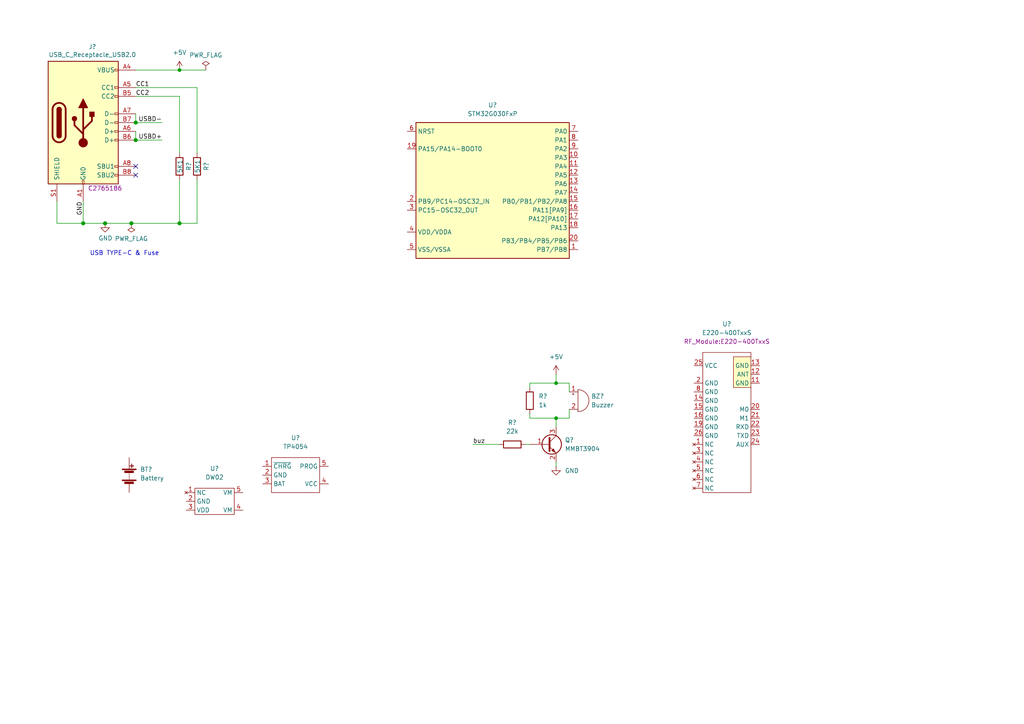
<source format=kicad_sch>
(kicad_sch (version 20211123) (generator eeschema)
  (paper "A4")
  (lib_symbols
    (symbol "Battery_Management:DW02"
      (property "Reference" "U" (at 0 -8.89 0))
      (property "Value" "DW02" (at 2.54 1.27 0))
      (symbol "DW02_0_0"
        (pin no_connect line (at -2.54 -1.27 0) (length 2.54) (name "NC") (number "1"))
        (pin power_in line (at -2.54 -3.81 0) (length 2.54) (name "GND") (number "2"))
        (pin power_in line (at -2.54 -6.35 0) (length 2.54) (name "VDD") (number "3"))
        (pin power_out line (at 13.97 -6.35 180) (length 2.54) (name "VM") (number "4"))
        (pin power_out line (at 13.97 -1.27 180) (length 2.54) (name "VM") (number "5"))
      )
      (symbol "DW02_0_1"
        (rectangle (start 0 0) (end 11.43 -7.62))
      )
    )
    (symbol "Battery_Management:TP4054"
      (property "Reference" "U" (at 2.54 6.35 0))
      (property "Value" "TP4054" (at 2.54 3.81 0))
      (symbol "TP4054_0_0"
        (pin tri_state line (at 0 0 0) (length 2.54) (name "~{CHRG}") (number "1"))
        (pin power_in line (at 0 -2.54 0) (length 2.54) (name "GND") (number "2"))
        (pin power_out line (at 0 -5.08 0) (length 2.54) (name "BAT") (number "3"))
        (pin power_in line (at 19.05 -5.08 180) (length 2.54) (name "VCC") (number "4"))
        (pin unspecified line (at 19.05 0 180) (length 2.54) (name "PROG") (number "5"))
      )
      (symbol "TP4054_0_1"
        (rectangle (start 2.54 2.54) (end 16.51 -7.62))
      )
    )
    (symbol "Connector:USB_C_Receptacle_USB2.0" (pin_names (offset 1.016))
      (property "Reference" "J" (at -10.16 19.05 0))
      (property "Value" "USB_C_Receptacle_USB2.0" (at 19.05 19.05 0))
      (symbol "USB_C_Receptacle_USB2.0_0_0"
        (rectangle (start -0.254 -17.78) (end 0.254 -16.764))
        (rectangle (start 10.16 -14.986) (end 9.144 -15.494))
        (rectangle (start 10.16 -12.446) (end 9.144 -12.954))
        (rectangle (start 10.16 -4.826) (end 9.144 -5.334))
        (rectangle (start 10.16 -2.286) (end 9.144 -2.794))
        (rectangle (start 10.16 0.254) (end 9.144 -0.254))
        (rectangle (start 10.16 2.794) (end 9.144 2.286))
        (rectangle (start 10.16 7.874) (end 9.144 7.366))
        (rectangle (start 10.16 10.414) (end 9.144 9.906))
        (rectangle (start 10.16 15.494) (end 9.144 14.986))
      )
      (symbol "USB_C_Receptacle_USB2.0_0_1"
        (rectangle (start -10.16 17.78) (end 10.16 -17.78) (stroke (width 0.254)) (fill (type background)))
        (arc (start -8.89 -3.81) (mid -6.985 -5.715) (end -5.08 -3.81) (stroke (width 0.508)))
        (arc (start -7.62 -3.81) (mid -6.985 -4.445) (end -6.35 -3.81) (stroke (width 0.254)))
        (arc (start -7.62 -3.81) (mid -6.985 -4.445) (end -6.35 -3.81) (stroke (width 0.254)) (fill (type outline)))
        (rectangle (start -7.62 -3.81) (end -6.35 3.81) (stroke (width 0.254)) (fill (type outline)))
        (arc (start -6.35 3.81) (mid -6.985 4.445) (end -7.62 3.81) (stroke (width 0.254)))
        (arc (start -6.35 3.81) (mid -6.985 4.445) (end -7.62 3.81) (stroke (width 0.254)) (fill (type outline)))
        (arc (start -5.08 3.81) (mid -6.985 5.715) (end -8.89 3.81) (stroke (width 0.508)))
        (circle (center -2.54 1.143) (radius 0.635) (stroke (width 0.254)) (fill (type outline)))
        (circle (center 0 -5.842) (radius 1.27) (fill (type outline)))
        (polyline (pts (xy -8.89 -3.81) (xy -8.89 3.81)) (stroke (width 0.508)))
        (polyline (pts (xy -5.08 3.81) (xy -5.08 -3.81)) (stroke (width 0.508)))
        (polyline (pts (xy 0 -5.842) (xy 0 4.318)) (stroke (width 0.508)))
        (polyline (pts (xy 0 -3.302) (xy -2.54 -0.762) (xy -2.54 0.508)) (stroke (width 0.508)))
        (polyline (pts (xy 0 -2.032) (xy 2.54 0.508) (xy 2.54 1.778)) (stroke (width 0.508)))
        (polyline (pts (xy -1.27 4.318) (xy 0 6.858) (xy 1.27 4.318) (xy -1.27 4.318)) (stroke (width 0.254)) (fill (type outline)))
        (rectangle (start 1.905 1.778) (end 3.175 3.048) (stroke (width 0.254)) (fill (type outline)))
      )
      (symbol "USB_C_Receptacle_USB2.0_1_1"
        (pin passive line (at 0 -22.86 90) (length 5.08) (name "GND") (number "A1"))
        (pin passive line (at 0 -22.86 90) (length 5.08) hide (name "GND") (number "A12"))
        (pin passive line (at 15.24 15.24 180) (length 5.08) (name "VBUS") (number "A4"))
        (pin bidirectional line (at 15.24 10.16 180) (length 5.08) (name "CC1") (number "A5"))
        (pin bidirectional line (at 15.24 -2.54 180) (length 5.08) (name "D+") (number "A6"))
        (pin bidirectional line (at 15.24 2.54 180) (length 5.08) (name "D-") (number "A7"))
        (pin bidirectional line (at 15.24 -12.7 180) (length 5.08) (name "SBU1") (number "A8"))
        (pin passive line (at 15.24 15.24 180) (length 5.08) hide (name "VBUS") (number "A9"))
        (pin passive line (at 0 -22.86 90) (length 5.08) hide (name "GND") (number "B1"))
        (pin passive line (at 0 -22.86 90) (length 5.08) hide (name "GND") (number "B12"))
        (pin passive line (at 15.24 15.24 180) (length 5.08) hide (name "VBUS") (number "B4"))
        (pin bidirectional line (at 15.24 7.62 180) (length 5.08) (name "CC2") (number "B5"))
        (pin bidirectional line (at 15.24 -5.08 180) (length 5.08) (name "D+") (number "B6"))
        (pin bidirectional line (at 15.24 0 180) (length 5.08) (name "D-") (number "B7"))
        (pin bidirectional line (at 15.24 -15.24 180) (length 5.08) (name "SBU2") (number "B8"))
        (pin passive line (at 15.24 15.24 180) (length 5.08) hide (name "VBUS") (number "B9"))
        (pin passive line (at -7.62 -22.86 90) (length 5.08) (name "SHIELD") (number "S1"))
      )
    )
    (symbol "Device:Battery" (pin_numbers hide) (pin_names (offset 0) hide)
      (property "Reference" "BT" (at 2.54 2.54 0))
      (property "Value" "Battery" (at 2.54 0 0))
      (symbol "Battery_0_1"
        (rectangle (start -2.032 -1.397) (end 2.032 -1.651) (fill (type outline)))
        (rectangle (start -2.032 1.778) (end 2.032 1.524) (fill (type outline)))
        (rectangle (start -1.3208 -1.9812) (end 1.27 -2.4892) (fill (type outline)))
        (rectangle (start -1.3208 1.1938) (end 1.27 0.6858) (fill (type outline)))
        (polyline (pts (xy 0 -1.524) (xy 0 -1.27)))
        (polyline (pts (xy 0 -1.016) (xy 0 -0.762)))
        (polyline (pts (xy 0 -0.508) (xy 0 -0.254)))
        (polyline (pts (xy 0 0) (xy 0 0.254)))
        (polyline (pts (xy 0 0.508) (xy 0 0.762)))
        (polyline (pts (xy 0 1.778) (xy 0 2.54)))
        (polyline (pts (xy 0.254 2.667) (xy 1.27 2.667)) (stroke (width 0.254)))
        (polyline (pts (xy 0.762 3.175) (xy 0.762 2.159)) (stroke (width 0.254)))
      )
      (symbol "Battery_1_1"
        (pin passive line (at 0 5.08 270) (length 2.54) (name "+") (number "1"))
        (pin passive line (at 0 -5.08 90) (length 2.54) (name "-") (number "2"))
      )
    )
    (symbol "Device:Buzzer" (pin_names (offset 0.0254) hide)
      (property "Reference" "BZ" (at 3.81 1.27 0))
      (property "Value" "Buzzer" (at 3.81 -1.27 0))
      (symbol "Buzzer_0_1"
        (arc (start 0 -3.175) (mid 3.175 0) (end 0 3.175))
        (polyline (pts (xy -1.651 1.905) (xy -1.143 1.905)))
        (polyline (pts (xy -1.397 2.159) (xy -1.397 1.651)))
        (polyline (pts (xy 0 3.175) (xy 0 -3.175)))
      )
      (symbol "Buzzer_1_1"
        (pin passive line (at -2.54 2.54 0) (length 2.54) (name "-") (number "1"))
        (pin passive line (at -2.54 -2.54 0) (length 2.54) (name "+") (number "2"))
      )
    )
    (symbol "Device:R" (pin_numbers hide) (pin_names (offset 0))
      (property "Reference" "R" (at 2.032 0 90))
      (property "Value" "R" (at 0 0 90))
      (symbol "R_0_1"
        (rectangle (start -1.016 -2.54) (end 1.016 2.54) (stroke (width 0.254)))
      )
      (symbol "R_1_1"
        (pin passive line (at 0 3.81 270) (length 1.27) (name "~") (number "1"))
        (pin passive line (at 0 -3.81 90) (length 1.27) (name "~") (number "2"))
      )
    )
    (symbol "MCU_ST_STM32G0:STM32G030FxP"
      (property "Reference" "U" (at -33.02 17.78 0))
      (property "Value" "STM32G030FxP" (at -27.94 -24.13 0))
      (symbol "STM32G030FxP_0_1"
        (rectangle (start -34.29 16.51) (end 10.16 -22.86) (stroke (width 0.254)) (fill (type background)))
      )
      (symbol "STM32G030FxP_1_1"
        (pin bidirectional line (at 12.7 -20.32 180) (length 2.54) (name "PB7/PB8") (number "1"))
        (pin bidirectional line (at 12.7 6.35 180) (length 2.54) (name "PA3") (number "10"))
        (pin bidirectional line (at 12.7 3.81 180) (length 2.54) (name "PA4") (number "11"))
        (pin bidirectional line (at 12.7 1.27 180) (length 2.54) (name "PA5") (number "12"))
        (pin bidirectional line (at 12.7 -1.27 180) (length 2.54) (name "PA6") (number "13"))
        (pin bidirectional line (at 12.7 -3.81 180) (length 2.54) (name "PA7") (number "14"))
        (pin bidirectional line (at 12.7 -6.35 180) (length 2.54) (name "PB0/PB1/PB2/PA8") (number "15"))
        (pin bidirectional line (at 12.7 -8.89 180) (length 2.54) (name "PA11[PA9]") (number "16"))
        (pin bidirectional line (at 12.7 -11.43 180) (length 2.54) (name "PA12[PA10]") (number "17"))
        (pin bidirectional line (at 12.7 -13.97 180) (length 2.54) (name "PA13") (number "18"))
        (pin bidirectional line (at -36.83 8.89 0) (length 2.54) (name "PA15/PA14-BOOT0") (number "19"))
        (pin input line (at -36.83 -6.35 0) (length 2.54) (name "PB9/PC14-OSC32_IN") (number "2"))
        (pin bidirectional line (at 12.7 -17.78 180) (length 2.54) (name "PB3/PB4/PB5/PB6") (number "20"))
        (pin input line (at -36.83 -8.89 0) (length 2.54) (name "PC15-OSC32_OUT") (number "3"))
        (pin power_in line (at -36.83 -15.24 0) (length 2.54) (name "VDD/VDDA") (number "4"))
        (pin power_in line (at -36.83 -20.32 0) (length 2.54) (name "VSS/VSSA") (number "5"))
        (pin input line (at -36.83 13.97 0) (length 2.54) (name "NRST") (number "6"))
        (pin bidirectional line (at 12.7 13.97 180) (length 2.54) (name "PA0") (number "7"))
        (pin bidirectional line (at 12.7 11.43 180) (length 2.54) (name "PA1") (number "8"))
        (pin bidirectional line (at 12.7 8.89 180) (length 2.54) (name "PA2") (number "9"))
      )
    )
    (symbol "RF_Module:E220-400TxxS"
      (property "Reference" "U" (at -6.35 -30.48 0))
      (property "Value" "E220-400TxxS" (at 0 13.97 0))
      (property "Footprint" "RF_Module:E220-400TxxS" (at 1.27 20.32 0))
      (symbol "E220-400TxxS_0_0"
        (pin no_connect line (at -10.16 -13.97 0) (length 2.54) (name "NC") (number "1"))
        (pin power_in line (at 8.89 3.81 180) (length 2.54) (name "GND") (number "11"))
        (pin free line (at 8.89 6.35 180) (length 2.54) (name "ANT") (number "12"))
        (pin power_in line (at 8.89 8.89 180) (length 2.54) (name "GND") (number "13"))
        (pin power_in line (at -10.16 -1.27 0) (length 2.54) (name "GND") (number "14"))
        (pin power_in line (at -10.16 -3.81 0) (length 2.54) (name "GND") (number "15"))
        (pin power_in line (at -10.16 -6.35 0) (length 2.54) (name "GND") (number "16"))
        (pin power_in line (at -10.16 -8.89 0) (length 2.54) (name "GND") (number "19"))
        (pin power_in line (at -10.16 3.81 0) (length 2.54) (name "GND") (number "2"))
        (pin input line (at 8.89 -3.81 180) (length 2.54) (name "M0") (number "20"))
        (pin input line (at 8.89 -6.35 180) (length 2.54) (name "M1") (number "21"))
        (pin input line (at 8.89 -8.89 180) (length 2.54) (name "RXD") (number "22"))
        (pin output line (at 8.89 -11.43 180) (length 2.54) (name "TXD") (number "23"))
        (pin output line (at 8.89 -13.97 180) (length 2.54) (name "AUX") (number "24"))
        (pin power_in line (at -10.16 8.89 0) (length 2.54) (name "VCC") (number "25"))
        (pin power_in line (at -10.16 -11.43 0) (length 2.54) (name "GND") (number "26"))
        (pin no_connect line (at -10.16 -16.51 0) (length 2.54) (name "NC") (number "3"))
        (pin no_connect line (at -10.16 -19.05 0) (length 2.54) (name "NC") (number "4"))
        (pin no_connect line (at -10.16 -21.59 0) (length 2.54) (name "NC") (number "5"))
        (pin no_connect line (at -10.16 -24.13 0) (length 2.54) (name "NC") (number "6"))
        (pin no_connect line (at -10.16 -26.67 0) (length 2.54) (name "NC") (number "7"))
        (pin power_in line (at -10.16 1.27 0) (length 2.54) (name "GND") (number "8"))
      )
      (symbol "E220-400TxxS_0_1"
        (rectangle (start -7.62 12.7) (end 6.35 -27.94))
        (polyline (pts (xy 6.35 11.43) (xy 1.27 11.43) (xy 1.27 2.54) (xy 6.35 2.54)) (fill (type background)))
      )
    )
    (symbol "Transistor_BJT:MMBT3904" (pin_names (offset 0) hide)
      (property "Reference" "Q" (at 5.08 1.905 0))
      (property "Value" "MMBT3904" (at 5.08 0 0))
      (symbol "MMBT3904_0_1"
        (polyline (pts (xy 0.635 0.635) (xy 2.54 2.54)))
        (polyline (pts (xy 0.635 -0.635) (xy 2.54 -2.54) (xy 2.54 -2.54)))
        (polyline (pts (xy 0.635 1.905) (xy 0.635 -1.905) (xy 0.635 -1.905)) (stroke (width 0.508)))
        (polyline (pts (xy 1.27 -1.778) (xy 1.778 -1.27) (xy 2.286 -2.286) (xy 1.27 -1.778) (xy 1.27 -1.778)) (fill (type outline)))
        (circle (center 1.27 0) (radius 2.8194) (stroke (width 0.254)))
      )
      (symbol "MMBT3904_1_1"
        (pin input line (at -5.08 0 0) (length 5.715) (name "B") (number "1"))
        (pin passive line (at 2.54 -5.08 90) (length 2.54) (name "E") (number "2"))
        (pin passive line (at 2.54 5.08 270) (length 2.54) (name "C") (number "3"))
      )
    )
    (symbol "power:+5V" (power) (pin_names (offset 0))
      (property "Value" "+5V" (at 0 3.556 0))
      (symbol "+5V_0_1"
        (polyline (pts (xy -0.762 1.27) (xy 0 2.54)))
        (polyline (pts (xy 0 0) (xy 0 2.54)))
        (polyline (pts (xy 0 2.54) (xy 0.762 1.27)))
      )
      (symbol "+5V_1_1"
        (pin power_in line (at 0 0 90) (length 0) hide (name "+5V") (number "1"))
      )
    )
    (symbol "power:GND" (power) (pin_names (offset 0))
      (property "Value" "GND" (at 0 -3.81 0))
      (symbol "GND_0_1"
        (polyline (pts (xy 0 0) (xy 0 -1.27) (xy 1.27 -1.27) (xy 0 -2.54) (xy -1.27 -1.27) (xy 0 -1.27)))
      )
      (symbol "GND_1_1"
        (pin power_in line (at 0 0 270) (length 0) hide (name "GND") (number "1"))
      )
    )
    (symbol "power:PWR_FLAG" (power) (pin_numbers hide) (pin_names (offset 0) hide)
      (property "Value" "PWR_FLAG" (at 0 3.81 0))
      (symbol "PWR_FLAG_0_0"
        (pin power_out line (at 0 0 90) (length 0) (name "pwr") (number "1"))
      )
      (symbol "PWR_FLAG_0_1"
        (polyline (pts (xy 0 0) (xy 0 1.27) (xy -1.016 1.905) (xy 0 2.54) (xy 1.016 1.905) (xy 0 1.27)))
      )
    )
  )
  (junction (at 52.07 20.32))
  (junction (at 30.48 64.77) (diameter 1.016))
  (junction (at 52.07 64.77) (diameter 1.016))
  (junction (at 39.37 35.56) (diameter 1.016))
  (junction (at 161.29 121.285))
  (junction (at 24.13 64.77) (diameter 1.016))
  (junction (at 161.29 111.125))
  (junction (at 38.1 64.77) (diameter 1.016))
  (junction (at 39.37 40.64) (diameter 1.016))
  (no_connect (at 39.37 48.26))
  (no_connect (at 39.37 50.8))
  (wire (pts (xy 161.29 121.285) (xy 161.29 123.825)))
  (wire (pts (xy 16.51 58.42) (xy 16.51 64.77)))
  (wire (pts (xy 38.1 64.77) (xy 52.07 64.77)))
  (wire (pts (xy 57.15 25.4) (xy 57.15 44.45)))
  (wire (pts (xy 161.29 133.985) (xy 161.29 135.255)))
  (wire (pts (xy 52.07 27.94) (xy 52.07 44.45)))
  (wire (pts (xy 39.37 35.56) (xy 46.99 35.56)))
  (wire (pts (xy 52.07 52.07) (xy 52.07 64.77)))
  (wire (pts (xy 52.07 20.32) (xy 59.69 20.32)))
  (wire (pts (xy 165.1 118.745) (xy 165.1 121.285)))
  (wire (pts (xy 165.1 113.665) (xy 165.1 111.125)))
  (wire (pts (xy 153.67 111.125) (xy 161.29 111.125)))
  (wire (pts (xy 39.37 27.94) (xy 52.07 27.94)))
  (wire (pts (xy 39.37 20.32) (xy 52.07 20.32)))
  (wire (pts (xy 57.15 52.07) (xy 57.15 64.77)))
  (wire (pts (xy 24.13 58.42) (xy 24.13 64.77)))
  (wire (pts (xy 161.29 111.125) (xy 165.1 111.125)))
  (wire (pts (xy 39.37 33.02) (xy 39.37 35.56)))
  (wire (pts (xy 39.37 38.1) (xy 39.37 40.64)))
  (wire (pts (xy 38.1 64.77) (xy 30.48 64.77)))
  (wire (pts (xy 39.37 40.64) (xy 46.99 40.64)))
  (wire (pts (xy 161.29 121.285) (xy 165.1 121.285)))
  (wire (pts (xy 24.13 64.77) (xy 16.51 64.77)))
  (wire (pts (xy 152.4 128.905) (xy 153.67 128.905)))
  (wire (pts (xy 39.37 25.4) (xy 57.15 25.4)))
  (wire (pts (xy 137.16 128.905) (xy 144.78 128.905)))
  (wire (pts (xy 153.67 121.285) (xy 161.29 121.285)))
  (wire (pts (xy 153.67 120.015) (xy 153.67 121.285)))
  (wire (pts (xy 30.48 64.77) (xy 24.13 64.77)))
  (wire (pts (xy 153.67 111.125) (xy 153.67 112.395)))
  (wire (pts (xy 161.29 108.585) (xy 161.29 111.125)))
  (wire (pts (xy 52.07 64.77) (xy 57.15 64.77)))
  (text "USB TYPE-C & Fuse" (at 26.035 74.295 0) (effects (font (size 1.27 1.27)) (justify left bottom)))
  (label "CC2" (at 39.37 27.94 0))
  (label "USBD+" (at 46.99 40.64 180))
  (label "GND" (at 24.13 58.42 270))
  (label "buz" (at 137.16 128.905 0))
  (label "USBD-" (at 46.99 35.56 180))
  (label "CC1" (at 39.37 25.4 0))
  (symbol (lib_id "Device:Buzzer") (at 167.64 116.205 0) (unit 1)
    (property "Reference" "BZ?" (at 171.45 114.9349 0) (effects (justify left)))
    (property "Value" "Buzzer" (at 171.45 117.4749 0) (effects (justify left)))
    (property "Footprint" "Buzzer_Beeper:Buzzer_Murata_PKLCS1212E" (effects hide))
    (property "LCSC Part#" "C113159" (effects hide))
  )
  (symbol (lib_id "Device:Battery") (at 37.465 137.795 0) (unit 1)
    (property "Reference" "BT?" (at 40.64 136.1439 0) (effects (justify left)))
    (property "Value" "Battery" (at 40.64 138.6839 0) (effects (justify left)))
  )
  (symbol (lib_id "Transistor_BJT:MMBT3904") (at 158.75 128.905 0) (unit 1)
    (property "Reference" "Q?" (at 163.83 127.6349 0) (effects (justify left)))
    (property "Value" "MMBT3904" (at 163.83 130.1749 0) (effects (justify left)))
    (property "Footprint" "Package_TO_SOT_SMD:SOT-23" (effects hide))
    (property "Datasheet" "https://www.onsemi.com/pub/Collateral/2N3903-D.PDF" (effects hide))
  )
  (symbol (lib_id "MCU_ST_STM32G0:STM32G030FxP") (at 154.94 52.07 0) (unit 1)
    (property "Reference" "U?" (at 142.875 30.48 0))
    (property "Value" "STM32G030FxP" (at 142.875 33.02 0))
    (property "Footprint" "Package_SO:TSSOP-20_4.4x6.5mm_P0.65mm" (effects hide))
  )
  (symbol (lib_id "Device:R") (at 153.67 116.205 180) (unit 1)
    (property "Reference" "R?" (at 156.21 114.9349 0) (effects (justify right)))
    (property "Value" "1k" (at 156.21 117.4749 0) (effects (justify right)))
    (property "Footprint" "Resistor_SMD:R_0805_2012Metric" (effects hide))
  )
  (symbol (lib_id "power:+5V") (at 52.07 20.32 0) (unit 1)
    (property "Reference" "#PWR?" (effects hide))
    (property "Value" "+5V" (at 52.07 15.24 0))
  )
  (symbol (lib_id "power:PWR_FLAG") (at 38.1 64.77 180) (unit 1)
    (property "Reference" "#FLG?" (effects hide))
    (property "Value" "PWR_FLAG" (at 38.1 69.2214 0))
  )
  (symbol (lib_id "Device:R") (at 52.07 48.26 180) (unit 1)
    (property "Reference" "R?" (at 54.7562 48.26 90))
    (property "Value" "5K1" (at 52.203 48.26 90))
    (property "Footprint" "Resistor_SMD:R_0805_2012Metric" (effects hide))
  )
  (symbol (lib_id "power:+5V") (at 161.29 108.585 0) (unit 1)
    (property "Reference" "#PWR?" (effects hide))
    (property "Value" "+5V" (at 161.29 103.505 0))
  )
  (symbol (lib_id "Device:R") (at 148.59 128.905 270) (unit 1)
    (property "Reference" "R?" (at 148.59 122.555 90))
    (property "Value" "22k" (at 148.59 125.095 90))
    (property "Footprint" "Resistor_SMD:R_0805_2012Metric" (effects hide))
  )
  (symbol (lib_id "Device:R") (at 57.15 48.26 180) (unit 1)
    (property "Reference" "R?" (at 59.8362 48.26 90))
    (property "Value" "5K1" (at 57.283 48.26 90))
    (property "Footprint" "Resistor_SMD:R_0805_2012Metric" (effects hide))
  )
  (symbol (lib_id "Connector:USB_C_Receptacle_USB2.0") (at 24.13 35.56 0) (unit 1)
    (property "Reference" "J?" (at 26.797 13.5698 0))
    (property "Value" "USB_C_Receptacle_USB2.0" (at 26.797 15.8685 0))
    (property "Footprint" "Connector_USB:USB_C_Receptacle_HRO_TYPE-C-31-M-12" (effects hide))
    (property "Datasheet" "https://www.usb.org/sites/default/files/documents/usb_type-c.zip" (effects hide))
    (property "LCSC" "C2765186" (at 30.48 54.61 0))
  )
  (symbol (lib_id "RF_Module:E220-400TxxS") (at 211.455 114.935 0) (unit 1)
    (property "Reference" "U?" (at 210.82 93.98 0))
    (property "Value" "E220-400TxxS" (at 210.82 96.52 0))
    (property "Footprint" "RF_Module:E220-400TxxS" (at 210.82 99.06 0))
    (property "Datasheet" "https://www.ebyte.com/downpdf.aspx?id=1084" (effects hide))
  )
  (symbol (lib_id "power:PWR_FLAG") (at 59.69 20.32 0) (unit 1)
    (property "Reference" "#FLG?" (effects hide))
    (property "Value" "PWR_FLAG" (at 59.69 15.9956 0))
  )
  (symbol (lib_id "power:GND") (at 30.48 64.77 0) (unit 1)
    (property "Reference" "#PWR?" (effects hide))
    (property "Value" "GND" (at 30.5943 69.0944 0))
  )
  (symbol (lib_id "Battery_Management:TP4054") (at 76.2 135.255 0) (unit 1)
    (property "Reference" "U?" (at 85.725 127 0))
    (property "Value" "TP4054" (at 85.725 129.54 0))
    (property "Footprint" "Package_TO_SOT_SMD:TSOT-23-5" (effects hide))
    (property "LCSC" "C32574" (effects hide))
  )
  (symbol (lib_id "Battery_Management:DW02") (at 56.515 141.605 0) (unit 1)
    (property "Reference" "U?" (at 62.23 135.89 0))
    (property "Value" "DW02" (at 62.23 138.43 0))
    (property "Footprint" "Package_TO_SOT_SMD:SOT-23-5" (effects hide))
    (property "Datasheet" "https://atta.szlcsc.com/upload/public/pdf/source/20210409/C2802263_8BDE27FEABB97330F49C19A59CDCB702.pdf" (effects hide))
    (property "LCSC" "C2802263" (effects hide))
  )
  (symbol (lib_id "power:GND") (at 161.29 135.255 0) (unit 1)
    (property "Reference" "#PWR?" (effects hide))
    (property "Value" "GND" (at 163.83 136.5249 0) (effects (justify left)))
  )
)
</source>
